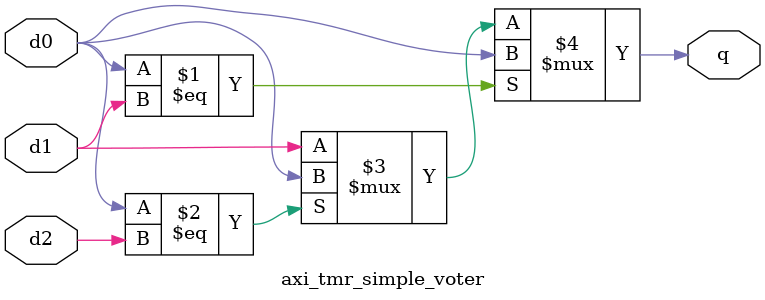
<source format=v>
`timescale 1ns / 1ps

module axi_tmr_simple_voter #(
    parameter   WIDTH  = 1
)
(
    input [WIDTH - 1 : 0] d0,
    input [WIDTH - 1 : 0] d1,
    input [WIDTH - 1 : 0] d2,
    output [WIDTH - 1 : 0] q
);

    assign q = (d0 == d1) ? d0 : (d0 == d2) ? d0 : d1;
endmodule

</source>
